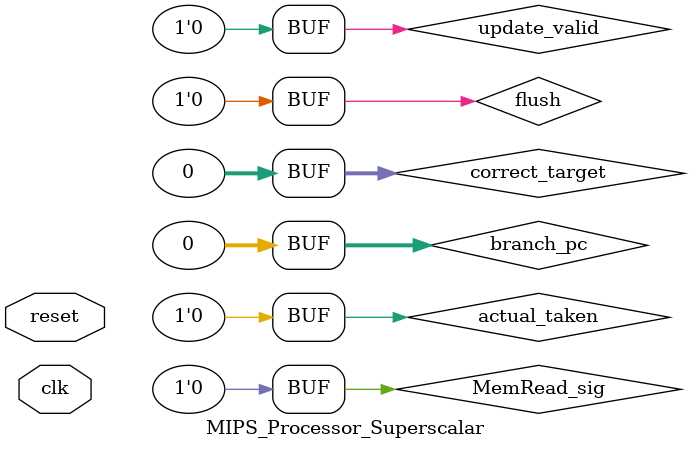
<source format=v>
`timescale 1ns/1ps
module MIPS_Processor_Superscalar #(parameter PREDICTOR_TYPE = 1) (
    input clk,
    input reset
);
    //signals for branch resolution & flush
    wire        flush          = 1'b0;     // no real flush logic
    wire [31:0] branch_pc      = 32'd0;    // from EX stage if implemented
    wire        actual_taken   = 1'b0;     // actual outcome
    wire [31:0] correct_target = 32'd0;    // actual branch target
    wire        update_valid   = 1'b0;     // update signal

    // Program Counter and Branch Predictor
    reg [31:0] PC;
    wire [31:0] pred_target;
    wire        pred_taken;

    // Multi-scheme Branch_Predictor
    Branch_Predictor #(PREDICTOR_TYPE) bp(
        .clk(clk),
        .reset(reset),
        .pc_in(PC),
        .pred_taken(pred_taken),
        .pred_target(pred_target),
        .branch_pc(branch_pc),
        .taken(actual_taken),
        .actual_target(correct_target),
        .update_valid(update_valid)
    );

    // NextPC logic
    wire [31:0] nextPC = pred_taken ? pred_target : (PC + 8);

    always @(posedge clk) begin
        if (reset)
            PC <= 32'd0;
        else if (flush)
            PC <= correct_target;  // if misprediction flush logic existed
        else
            PC <= nextPC;
    end

    // Dual Instruction Fetch
    wire [31:0] instr1, instr2;
    Instruction_Memory_Dual imem_dual(
        .addr(PC),
        .instr1(instr1),
        .instr2(instr2)
    );

    wire [31:0] pr_pc;
    wire [31:0] pr_instr1, pr_instr2;
    IF_PR_Dual if_pr_dual(
        .clk(clk),
        .reset(reset),
        .pc_in(PC + 8),  // for dual-issue, we do +8
        .instr1_in(instr1),
        .instr2_in(instr2),
        .pc_out(pr_pc),
        .instr1_out(pr_instr1),
        .instr2_out(pr_instr2)
    );

    wire [31:0] id_pc;
    wire [31:0] id_instr1, id_instr2;
    PR_ID_Dual pr_id_dual(
        .clk(clk),
        .reset(reset),
        .pc_in(pr_pc),
        .instr1_in(pr_instr1),
        .instr2_in(pr_instr2),
        .pc_out(id_pc),
        .instr1_out(id_instr1),
        .instr2_out(id_instr2)
    );

    wire [31:0] decoded1, decoded2;
    ID_Dual id_dual(
        .clk(clk),
        .reset(reset),
        .pc_in(id_pc),
        .instr1_in(id_instr1),
        .instr2_in(id_instr2),
        .pc_out(),  // not used
        .decoded1(decoded1),
        .decoded2(decoded2)
    );

    wire [31:0] ex_pc;
    wire [31:0] ex_instr1, ex_instr2;
    ID_EX_Dual id_ex_dual(
        .clk(clk),
        .reset(reset),
        .pc_in(id_pc),
        .decoded1(decoded1),
        .decoded2(decoded2),
        .pc_out(ex_pc),
        .ex_instr1(ex_instr1),
        .ex_instr2(ex_instr2)
    );

    wire [31:0] alu_result;
    EX ex_stage(
        .clk(clk),
        .reset(reset),
        .instr(ex_instr1),
        .alu_result(alu_result)
    );

    wire [31:0] wb_data;
    MEM_WB mem_wb(
        .clk(clk),
        .reset(reset),
        .alu_result(alu_result),
        .wb_data(wb_data)
    );

    // Store each computed term into Data_Memory dynamically:
    // If wb_data != 0, store it in memory. The first time is "Term 3=1".
    reg [31:0] store_ptr;
    always @(posedge clk) begin
        if(reset) begin
            store_ptr <= 32'h00000008; // word index=2 => Term3
        end else begin
            // If a nonzero fibonacci value is produced => store & increment
            if(wb_data != 32'd0) begin
                store_ptr <= store_ptr + 32'd4;
            end
        end
    end

    // MemWrite is active only if we have a nonzero result
    wire MemWrite_sig = (wb_data != 32'd0);
    wire MemRead_sig  = 1'b0;

    Data_Memory dmem(
        .clk       (clk),
        .MemWrite  (MemWrite_sig),
        .MemRead   (MemRead_sig),
        .addr      (store_ptr),
        .write_data(wb_data),
        .read_data (),
        // The fib2..fib11 outputs are used by the testbench
        .fib2(),
        .fib3(),
        .fib4(),
        .fib5(),
        .fib6(),
        .fib7(),
        .fib8(),
        .fib9(),
        .fib10(),
        .fib11()
    );
endmodule

</source>
